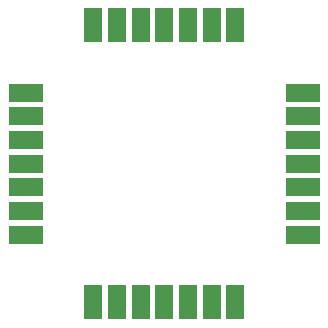
<source format=gbr>
G04 #@! TF.GenerationSoftware,KiCad,Pcbnew,(5.99.0-7341-g916db1094)*
G04 #@! TF.CreationDate,2020-12-04T14:01:58-06:00*
G04 #@! TF.ProjectId,CircuitBrains Basic v1_2,43697263-7569-4744-9272-61696e732042,rev?*
G04 #@! TF.SameCoordinates,Original*
G04 #@! TF.FileFunction,Soldermask,Bot*
G04 #@! TF.FilePolarity,Negative*
%FSLAX46Y46*%
G04 Gerber Fmt 4.6, Leading zero omitted, Abs format (unit mm)*
G04 Created by KiCad (PCBNEW (5.99.0-7341-g916db1094)) date 2020-12-04 14:01:58*
%MOMM*%
%LPD*%
G01*
G04 APERTURE LIST*
%ADD10R,3.000000X1.500000*%
%ADD11R,1.500000X3.000000*%
G04 APERTURE END LIST*
D10*
X88350000Y-96500000D03*
X88350000Y-98500000D03*
X88350000Y-100500000D03*
X88350000Y-102500000D03*
X88350000Y-104500000D03*
X88350000Y-106500000D03*
X88350000Y-108500000D03*
D11*
X94100000Y-114250000D03*
X96100000Y-114250000D03*
X98100000Y-114250000D03*
X100100000Y-114250000D03*
X102100000Y-114250000D03*
X104100000Y-114250000D03*
X106100000Y-114250000D03*
D10*
X111850000Y-108500000D03*
X111850000Y-106500000D03*
X111850000Y-104500000D03*
X111850000Y-102500000D03*
X111850000Y-100500000D03*
X111850000Y-98500000D03*
X111850000Y-96500000D03*
D11*
X106100000Y-90750000D03*
X104100000Y-90750000D03*
X102100000Y-90750000D03*
X100100000Y-90750000D03*
X98100000Y-90750000D03*
X96100000Y-90750000D03*
X94100000Y-90750000D03*
M02*

</source>
